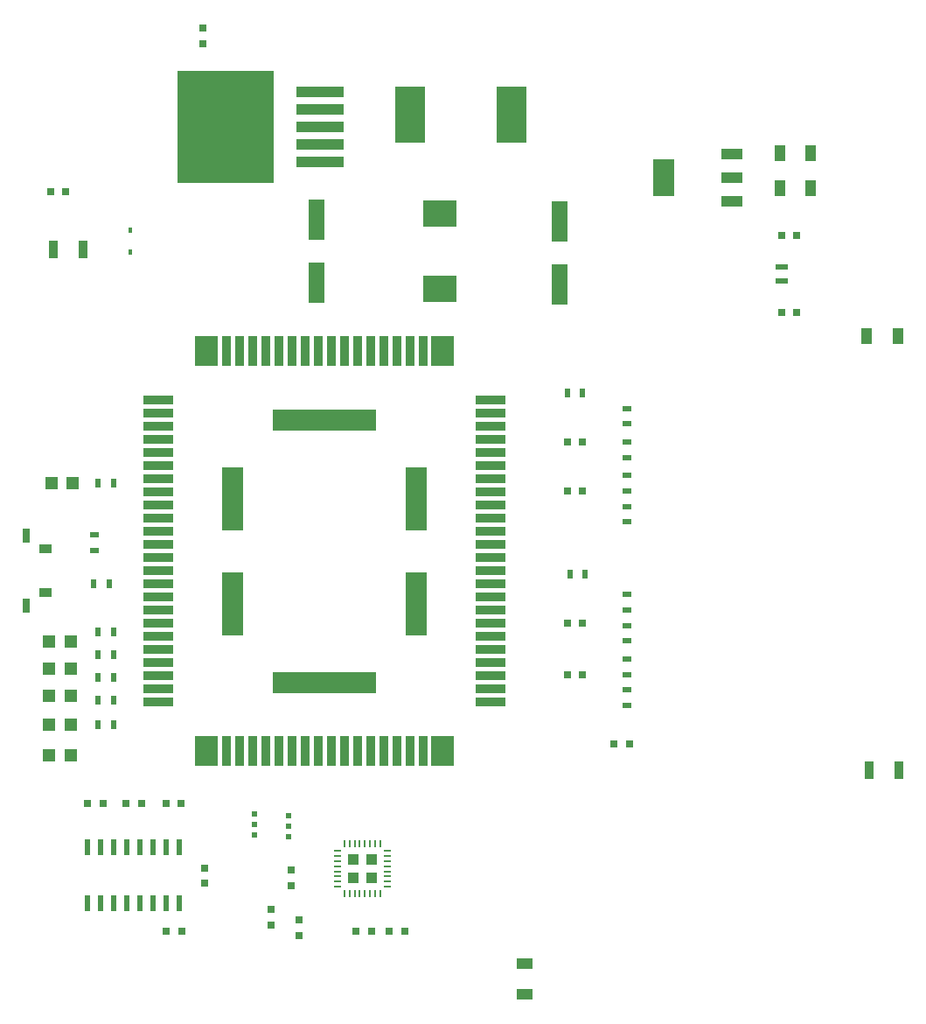
<source format=gbr>
G04 #@! TF.FileFunction,Paste,Top*
%FSLAX46Y46*%
G04 Gerber Fmt 4.6, Leading zero omitted, Abs format (unit mm)*
G04 Created by KiCad (PCBNEW 4.0.2-stable) date 09/06/16 16:45:41*
%MOMM*%
G01*
G04 APERTURE LIST*
%ADD10C,0.100000*%
%ADD11R,0.750000X0.800000*%
%ADD12R,0.800000X0.750000*%
%ADD13R,1.600200X4.000500*%
%ADD14R,1.000000X1.600000*%
%ADD15R,1.600000X1.000000*%
%ADD16R,0.450000X0.590000*%
%ADD17R,3.200000X2.600000*%
%ADD18R,1.198880X1.198880*%
%ADD19R,0.500000X0.500000*%
%ADD20R,2.900680X5.400040*%
%ADD21R,1.198880X0.599440*%
%ADD22R,0.900000X0.500000*%
%ADD23R,0.900000X1.700000*%
%ADD24R,0.500000X0.900000*%
%ADD25R,1.270000X0.900000*%
%ADD26R,0.800000X1.450000*%
%ADD27R,4.600000X1.100000*%
%ADD28R,9.400000X10.800000*%
%ADD29R,0.700000X0.250000*%
%ADD30R,0.250000X0.700000*%
%ADD31R,1.035000X1.035000*%
%ADD32R,3.000000X0.900000*%
%ADD33R,0.900000X3.000000*%
%ADD34R,2.300000X3.000000*%
%ADD35R,10.000000X2.000000*%
%ADD36R,2.000000X6.150000*%
%ADD37R,2.032000X3.657600*%
%ADD38R,2.032000X1.016000*%
%ADD39R,0.600000X1.500000*%
G04 APERTURE END LIST*
D10*
D11*
X118200000Y-53750000D03*
X118200000Y-52250000D03*
D12*
X103450000Y-68000000D03*
X104950000Y-68000000D03*
D13*
X129200000Y-70749460D03*
X129200000Y-76850540D03*
X152800000Y-70949460D03*
X152800000Y-77050540D03*
D11*
X124800000Y-138950000D03*
X124800000Y-137450000D03*
X126800000Y-133650000D03*
X126800000Y-135150000D03*
X127500000Y-138500000D03*
X127500000Y-140000000D03*
D12*
X134550000Y-139600000D03*
X133050000Y-139600000D03*
X137750000Y-139600000D03*
X136250000Y-139600000D03*
D14*
X174062242Y-64291594D03*
X177062242Y-64291594D03*
X174062242Y-67691594D03*
X177062242Y-67691594D03*
D12*
X155000000Y-97000000D03*
X153500000Y-97000000D03*
X155000000Y-109750000D03*
X153500000Y-109750000D03*
X155000000Y-92250000D03*
X153500000Y-92250000D03*
X155000000Y-114750000D03*
X153500000Y-114750000D03*
D15*
X149400000Y-145700000D03*
X149400000Y-142700000D03*
D12*
X174250000Y-72250000D03*
X175750000Y-72250000D03*
X158000000Y-121500000D03*
X159500000Y-121500000D03*
X174250000Y-79750000D03*
X175750000Y-79750000D03*
D14*
X185500000Y-82000000D03*
X182500000Y-82000000D03*
D16*
X111200000Y-71745000D03*
X111200000Y-73855000D03*
D17*
X141200000Y-77400000D03*
X141200000Y-70200000D03*
D18*
X105649020Y-96200000D03*
X103550980Y-96200000D03*
X105449020Y-111600000D03*
X103350980Y-111600000D03*
X105449020Y-114200000D03*
X103350980Y-114200000D03*
X105449020Y-116800000D03*
X103350980Y-116800000D03*
X105449020Y-119600000D03*
X103350980Y-119600000D03*
X105449020Y-122600000D03*
X103350980Y-122600000D03*
D19*
X126500000Y-130400000D03*
X126500000Y-129400000D03*
X126500000Y-128400000D03*
X123250000Y-130250000D03*
X123250000Y-129250000D03*
X123250000Y-128250000D03*
D20*
X138249540Y-60600000D03*
X148150460Y-60600000D03*
D21*
X174250000Y-76701040D03*
X174250000Y-75298960D03*
D22*
X107750000Y-102750000D03*
X107750000Y-101250000D03*
D23*
X103750000Y-73600000D03*
X106650000Y-73600000D03*
D24*
X109550000Y-96200000D03*
X108050000Y-96200000D03*
X109550000Y-110600000D03*
X108050000Y-110600000D03*
X109550000Y-112800000D03*
X108050000Y-112800000D03*
X109550000Y-115000000D03*
X108050000Y-115000000D03*
X109550000Y-117200000D03*
X108050000Y-117200000D03*
X109600000Y-119600000D03*
X108100000Y-119600000D03*
X109150000Y-106000000D03*
X107650000Y-106000000D03*
X155000000Y-87500000D03*
X153500000Y-87500000D03*
X155250000Y-105000000D03*
X153750000Y-105000000D03*
D22*
X159250000Y-90500000D03*
X159250000Y-89000000D03*
X159250000Y-92250000D03*
X159250000Y-93750000D03*
X159250000Y-98500000D03*
X159250000Y-100000000D03*
X159250000Y-97000000D03*
X159250000Y-95500000D03*
X159250000Y-108500000D03*
X159250000Y-107000000D03*
X159250000Y-110000000D03*
X159250000Y-111500000D03*
X159250000Y-116250000D03*
X159250000Y-117750000D03*
X159250000Y-114750000D03*
X159250000Y-113250000D03*
D25*
X103000000Y-102600000D03*
X103000000Y-106800000D03*
D26*
X101115000Y-101325000D03*
X101115000Y-108075000D03*
D27*
X129550000Y-58400000D03*
X129550000Y-60100000D03*
X129550000Y-63500000D03*
D28*
X120400000Y-61800000D03*
D27*
X129550000Y-61800000D03*
X129550000Y-65200000D03*
D29*
X136062500Y-135287500D03*
X136062500Y-134787500D03*
X136062500Y-134287500D03*
X136062500Y-133787500D03*
X136062500Y-133287500D03*
X136062500Y-132787500D03*
X136062500Y-132287500D03*
X136062500Y-131787500D03*
D30*
X135412500Y-131137500D03*
X134912500Y-131137500D03*
X134412500Y-131137500D03*
X133912500Y-131137500D03*
X133412500Y-131137500D03*
X132912500Y-131137500D03*
X132412500Y-131137500D03*
X131912500Y-131137500D03*
D29*
X131262500Y-131787500D03*
X131262500Y-132287500D03*
X131262500Y-132787500D03*
X131262500Y-133287500D03*
X131262500Y-133787500D03*
X131262500Y-134287500D03*
X131262500Y-134787500D03*
X131262500Y-135287500D03*
D30*
X131912500Y-135937500D03*
X132412500Y-135937500D03*
X132912500Y-135937500D03*
X133412500Y-135937500D03*
X133912500Y-135937500D03*
X134412500Y-135937500D03*
X134912500Y-135937500D03*
X135412500Y-135937500D03*
D31*
X132800000Y-132675000D03*
X132800000Y-134400000D03*
X134525000Y-132675000D03*
X134525000Y-134400000D03*
D32*
X113920000Y-88225000D03*
X113920000Y-89495000D03*
X113920000Y-90765000D03*
X113920000Y-92035000D03*
X113920000Y-93305000D03*
X113920000Y-94575000D03*
X113920000Y-95845000D03*
X113920000Y-97115000D03*
X113920000Y-98385000D03*
X113920000Y-99655000D03*
X113920000Y-100925000D03*
X113920000Y-102195000D03*
X113920000Y-103465000D03*
X113920000Y-104735000D03*
X113920000Y-106005000D03*
X113920000Y-107275000D03*
X113920000Y-108545000D03*
X113920000Y-109815000D03*
X113920000Y-111085000D03*
X113920000Y-112355000D03*
X113920000Y-113625000D03*
X113920000Y-114895000D03*
X113920000Y-116165000D03*
X113920000Y-117435000D03*
D33*
X120485000Y-122170000D03*
X121755000Y-122170000D03*
X123025000Y-122170000D03*
X124295000Y-122170000D03*
X125565000Y-122170000D03*
X126835000Y-122170000D03*
X128105000Y-122170000D03*
X129375000Y-122170000D03*
X130645000Y-122170000D03*
X131915000Y-122170000D03*
X133185000Y-122170000D03*
X134455000Y-122170000D03*
X135725000Y-122170000D03*
X136995000Y-122170000D03*
X138265000Y-122170000D03*
X139535000Y-122170000D03*
D32*
X146100000Y-117435000D03*
X146100000Y-116165000D03*
X146100000Y-114895000D03*
X146100000Y-113625000D03*
X146100000Y-112355000D03*
X146100000Y-111085000D03*
X146100000Y-109815000D03*
X146100000Y-108545000D03*
X146100000Y-107275000D03*
X146100000Y-106005000D03*
X146100000Y-104735000D03*
X146100000Y-103465000D03*
X146100000Y-102195000D03*
X146100000Y-100925000D03*
X146100000Y-99655000D03*
X146100000Y-98385000D03*
X146100000Y-97115000D03*
X146100000Y-95845000D03*
X146100000Y-94575000D03*
X146100000Y-93305000D03*
X146100000Y-92035000D03*
X146100000Y-90765000D03*
X146100000Y-89495000D03*
X146100000Y-88225000D03*
D33*
X139535000Y-83490000D03*
X138265000Y-83490000D03*
X136995000Y-83490000D03*
X135725000Y-83490000D03*
X134455000Y-83490000D03*
X133185000Y-83490000D03*
X131915000Y-83490000D03*
X130645000Y-83490000D03*
X129375000Y-83490000D03*
X128105000Y-83490000D03*
X126835000Y-83490000D03*
X125565000Y-83490000D03*
X124295000Y-83490000D03*
X123025000Y-83490000D03*
X121755000Y-83490000D03*
X120485000Y-83490000D03*
D34*
X118580000Y-83490000D03*
X118580000Y-122170000D03*
X141440000Y-122170000D03*
X141440000Y-83490000D03*
D35*
X130010000Y-90130000D03*
X130010000Y-115530000D03*
D36*
X121120000Y-97750000D03*
X121120000Y-107910000D03*
X138900000Y-107910000D03*
X138900000Y-97750000D03*
D37*
X162860242Y-66691594D03*
D38*
X169464242Y-66691594D03*
X169464242Y-64405594D03*
X169464242Y-68977594D03*
D12*
X116141628Y-127200000D03*
X114641628Y-127200000D03*
X110800000Y-127200000D03*
X112300000Y-127200000D03*
D11*
X118400000Y-133450000D03*
X118400000Y-134950000D03*
D12*
X108550000Y-127200000D03*
X107050000Y-127200000D03*
X114650000Y-139600000D03*
X116150000Y-139600000D03*
D39*
X115931628Y-131436066D03*
X114661628Y-131436066D03*
X113391628Y-131436066D03*
X112121628Y-131436066D03*
X110851628Y-131436066D03*
X109581628Y-131436066D03*
X108311628Y-131436066D03*
X107041628Y-131436066D03*
X107041628Y-136836066D03*
X108311628Y-136836066D03*
X109581628Y-136836066D03*
X110851628Y-136836066D03*
X112121628Y-136836066D03*
X113391628Y-136836066D03*
X114661628Y-136836066D03*
X115931628Y-136836066D03*
D23*
X185650000Y-124000000D03*
X182750000Y-124000000D03*
M02*

</source>
